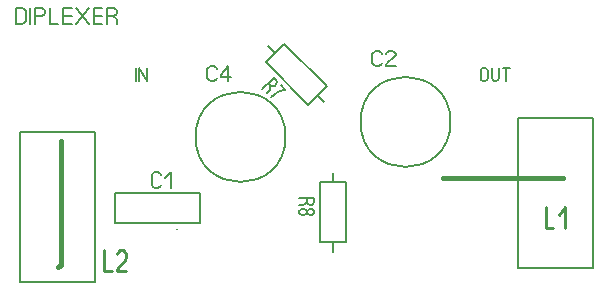
<source format=gbr>
%FSLAX34Y34*%
%MOMM*%
%LNSILK_TOP*%
G71*
G01*
%ADD10C,0.150*%
%ADD11C,0.167*%
%ADD12C,0.222*%
%ADD13C,0.200*%
%ADD14C,0.178*%
%ADD15C,0.400*%
%ADD16C,0.133*%
%LPD*%
G54D10*
X-46695Y32680D02*
X-110195Y32680D01*
X-110195Y-94320D01*
X-46695Y-94320D01*
X-46695Y32680D01*
G54D10*
X311150Y-82550D02*
X374650Y-82550D01*
X374650Y44450D01*
X311150Y44450D01*
X311150Y-82550D01*
G54D10*
X149110Y71629D02*
X133430Y55949D01*
X97580Y91800D01*
X113260Y107480D01*
X149110Y71629D01*
G54D10*
X141412Y63648D02*
X146998Y58062D01*
G54D10*
X105349Y99710D02*
X99763Y105296D01*
G54D11*
X101296Y72286D02*
X101531Y69694D01*
X100824Y68044D01*
X98467Y65687D01*
G54D11*
X94696Y69458D02*
X104124Y78886D01*
X106481Y76529D01*
X106835Y74997D01*
X106128Y73347D01*
X104949Y72168D01*
X103299Y71461D01*
X101767Y71815D01*
X99410Y74172D01*
G54D11*
X110488Y72522D02*
X114259Y68751D01*
X112609Y68044D01*
X109899Y67219D01*
X106599Y65805D01*
X104360Y64508D01*
X102003Y62151D01*
G54D11*
X8843Y-11726D02*
X7843Y-13392D01*
X5843Y-14226D01*
X3843Y-14226D01*
X1843Y-13392D01*
X843Y-11726D01*
X843Y-3392D01*
X1843Y-1726D01*
X3843Y-892D01*
X5843Y-892D01*
X7843Y-1726D01*
X8843Y-3392D01*
G54D11*
X12510Y-5892D02*
X17510Y-892D01*
X17510Y-14226D01*
G54D11*
X195773Y90961D02*
X194773Y89294D01*
X192773Y88461D01*
X190773Y88461D01*
X188773Y89294D01*
X187773Y90961D01*
X187773Y99294D01*
X188773Y100961D01*
X190773Y101794D01*
X192773Y101794D01*
X194773Y100961D01*
X195773Y99294D01*
G54D11*
X207440Y88461D02*
X199440Y88461D01*
X199440Y89294D01*
X200440Y90961D01*
X206440Y95961D01*
X207440Y97628D01*
X207440Y99294D01*
X206440Y100961D01*
X204440Y101794D01*
X202440Y101794D01*
X200440Y100961D01*
X199440Y99294D01*
G54D10*
X165474Y-60280D02*
X143299Y-60280D01*
X143299Y-9580D01*
X165474Y-9580D01*
X165474Y-60280D01*
G54D10*
X154387Y-60480D02*
X154387Y-68380D01*
G54D10*
X154387Y-9480D02*
X154386Y-1580D01*
G54D11*
X132129Y-26005D02*
X130462Y-28005D01*
X128796Y-28672D01*
X125462Y-28672D01*
G54D11*
X125462Y-23339D02*
X138796Y-23339D01*
X138796Y-26672D01*
X137962Y-28005D01*
X136296Y-28672D01*
X134629Y-28672D01*
X132962Y-28005D01*
X132129Y-26672D01*
X132129Y-23339D01*
G54D11*
X132129Y-35672D02*
X132129Y-34339D01*
X132962Y-33005D01*
X134629Y-32339D01*
X136296Y-32339D01*
X137962Y-33005D01*
X138796Y-34339D01*
X138796Y-35672D01*
X137962Y-37005D01*
X136296Y-37672D01*
X134629Y-37672D01*
X132962Y-37005D01*
X132129Y-35672D01*
X131296Y-37005D01*
X129629Y-37672D01*
X127962Y-37672D01*
X126296Y-37005D01*
X125462Y-35672D01*
X125462Y-34339D01*
X126296Y-33005D01*
X127962Y-32339D01*
X129629Y-32339D01*
X131296Y-33005D01*
X132129Y-34339D01*
G54D12*
X-39237Y-67449D02*
X-39237Y-85227D01*
X-33015Y-85227D01*
G54D12*
X-21015Y-85227D02*
X-28126Y-85227D01*
X-28126Y-84116D01*
X-27237Y-81893D01*
X-21904Y-75227D01*
X-21015Y-73004D01*
X-21015Y-70782D01*
X-21904Y-68560D01*
X-23681Y-67449D01*
X-25459Y-67449D01*
X-27237Y-68560D01*
X-28126Y-70782D01*
G54D12*
X334933Y-31078D02*
X334933Y-48856D01*
X341155Y-48856D01*
G54D12*
X346044Y-37745D02*
X350488Y-31078D01*
X350488Y-48856D01*
G54D13*
G75*
G01X254000Y41350D02*
G03X254000Y41350I-38100J0D01*
G01*
G54D13*
G75*
G01X114300Y28650D02*
G03X114300Y28650I-38100J0D01*
G01*
G54D11*
X56073Y78261D02*
X55073Y76594D01*
X53073Y75761D01*
X51073Y75761D01*
X49073Y76594D01*
X48073Y78261D01*
X48073Y86594D01*
X49073Y88261D01*
X51073Y89094D01*
X53073Y89094D01*
X55073Y88261D01*
X56073Y86594D01*
G54D11*
X65740Y75761D02*
X65740Y89094D01*
X59740Y80761D01*
X59740Y79094D01*
X67740Y79094D01*
G54D10*
X-30121Y-18824D02*
X-30121Y-44224D01*
X41479Y-44224D01*
X41479Y-18824D01*
X-30121Y-18824D01*
G54D11*
X22535Y-49616D02*
X22535Y-49616D01*
G54D14*
X-114300Y123950D02*
X-114300Y138172D01*
X-108967Y138172D01*
X-106833Y137283D01*
X-105767Y135506D01*
X-105767Y126617D01*
X-106833Y124839D01*
X-108967Y123950D01*
X-114300Y123950D01*
G54D14*
X-101856Y123950D02*
X-101856Y138172D01*
G54D14*
X-97945Y123950D02*
X-97945Y138172D01*
X-92612Y138172D01*
X-90478Y137283D01*
X-89412Y135506D01*
X-89412Y133728D01*
X-90478Y131950D01*
X-92612Y131061D01*
X-97945Y131061D01*
G54D14*
X-85501Y138172D02*
X-85501Y123950D01*
X-78034Y123950D01*
G54D14*
X-66656Y123950D02*
X-74123Y123950D01*
X-74123Y138172D01*
X-66656Y138172D01*
G54D14*
X-74123Y131061D02*
X-66656Y131061D01*
G54D14*
X-62745Y138172D02*
X-52078Y123950D01*
G54D14*
X-62745Y123950D02*
X-52078Y138172D01*
G54D14*
X-40700Y123950D02*
X-48167Y123950D01*
X-48167Y138172D01*
X-40700Y138172D01*
G54D14*
X-48167Y131061D02*
X-40700Y131061D01*
G54D14*
X-32522Y131061D02*
X-29322Y129283D01*
X-28256Y127506D01*
X-28256Y123950D01*
G54D14*
X-36789Y123950D02*
X-36789Y138172D01*
X-31456Y138172D01*
X-29322Y137283D01*
X-28256Y135506D01*
X-28256Y133728D01*
X-29322Y131950D01*
X-31456Y131061D01*
X-36789Y131061D01*
G54D15*
X247650Y-6350D02*
X349250Y-6350D01*
G54D16*
X-12700Y76200D02*
X-12700Y86867D01*
G54D16*
X-9767Y76200D02*
X-9767Y86867D01*
X-3367Y76200D01*
X-3367Y86867D01*
G54D16*
X285800Y84867D02*
X285800Y78200D01*
X285000Y76867D01*
X283400Y76200D01*
X281800Y76200D01*
X280200Y76867D01*
X279400Y78200D01*
X279400Y84867D01*
X280200Y86200D01*
X281800Y86867D01*
X283400Y86867D01*
X285000Y86200D01*
X285800Y84867D01*
G54D16*
X288733Y86867D02*
X288733Y78200D01*
X289533Y76867D01*
X291133Y76200D01*
X292733Y76200D01*
X294333Y76867D01*
X295133Y78200D01*
X295133Y86867D01*
G54D16*
X301266Y76200D02*
X301266Y86867D01*
G54D16*
X298066Y86867D02*
X304466Y86867D01*
G54D15*
X-76200Y25400D02*
X-76200Y-79375D01*
X-78445Y-81620D01*
M02*

</source>
